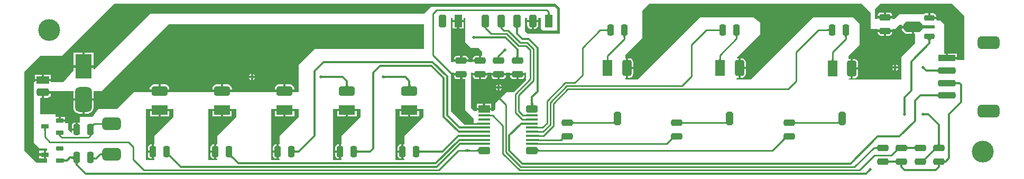
<source format=gtl>
G04*
G04 #@! TF.GenerationSoftware,Altium Limited,Altium Designer,20.0.9 (164)*
G04*
G04 Layer_Physical_Order=1*
G04 Layer_Color=255*
%FSLAX25Y25*%
%MOIN*%
G70*
G01*
G75*
%ADD10C,0.01000*%
%ADD14C,0.01968*%
G04:AMPARAMS|DCode=18|XSize=104.33mil|YSize=157.48mil|CornerRadius=26.08mil|HoleSize=0mil|Usage=FLASHONLY|Rotation=0.000|XOffset=0mil|YOffset=0mil|HoleType=Round|Shape=RoundedRectangle|*
%AMROUNDEDRECTD18*
21,1,0.10433,0.10532,0,0,0.0*
21,1,0.05217,0.15748,0,0,0.0*
1,1,0.05217,0.02608,-0.05266*
1,1,0.05217,-0.02608,-0.05266*
1,1,0.05217,-0.02608,0.05266*
1,1,0.05217,0.02608,0.05266*
%
%ADD18ROUNDEDRECTD18*%
%ADD19R,0.10433X0.15748*%
%ADD20R,0.11024X0.03937*%
G04:AMPARAMS|DCode=21|XSize=110.24mil|YSize=39.37mil|CornerRadius=9.84mil|HoleSize=0mil|Usage=FLASHONLY|Rotation=180.000|XOffset=0mil|YOffset=0mil|HoleType=Round|Shape=RoundedRectangle|*
%AMROUNDEDRECTD21*
21,1,0.11024,0.01968,0,0,180.0*
21,1,0.09055,0.03937,0,0,180.0*
1,1,0.01968,-0.04528,0.00984*
1,1,0.01968,0.04528,0.00984*
1,1,0.01968,0.04528,-0.00984*
1,1,0.01968,-0.04528,-0.00984*
%
%ADD21ROUNDEDRECTD21*%
G04:AMPARAMS|DCode=22|XSize=137.8mil|YSize=78.74mil|CornerRadius=19.68mil|HoleSize=0mil|Usage=FLASHONLY|Rotation=180.000|XOffset=0mil|YOffset=0mil|HoleType=Round|Shape=RoundedRectangle|*
%AMROUNDEDRECTD22*
21,1,0.13780,0.03937,0,0,180.0*
21,1,0.09843,0.07874,0,0,180.0*
1,1,0.03937,-0.04921,0.01968*
1,1,0.03937,0.04921,0.01968*
1,1,0.03937,0.04921,-0.01968*
1,1,0.03937,-0.04921,-0.01968*
%
%ADD22ROUNDEDRECTD22*%
%ADD23R,0.04921X0.02953*%
G04:AMPARAMS|DCode=24|XSize=47.24mil|YSize=72.84mil|CornerRadius=11.81mil|HoleSize=0mil|Usage=FLASHONLY|Rotation=90.000|XOffset=0mil|YOffset=0mil|HoleType=Round|Shape=RoundedRectangle|*
%AMROUNDEDRECTD24*
21,1,0.04724,0.04921,0,0,90.0*
21,1,0.02362,0.07284,0,0,90.0*
1,1,0.02362,0.02461,0.01181*
1,1,0.02362,0.02461,-0.01181*
1,1,0.02362,-0.02461,-0.01181*
1,1,0.02362,-0.02461,0.01181*
%
%ADD24ROUNDEDRECTD24*%
G04:AMPARAMS|DCode=25|XSize=15.55mil|YSize=72.84mil|CornerRadius=3.89mil|HoleSize=0mil|Usage=FLASHONLY|Rotation=90.000|XOffset=0mil|YOffset=0mil|HoleType=Round|Shape=RoundedRectangle|*
%AMROUNDEDRECTD25*
21,1,0.01555,0.06506,0,0,90.0*
21,1,0.00778,0.07284,0,0,90.0*
1,1,0.00778,0.03253,0.00389*
1,1,0.00778,0.03253,-0.00389*
1,1,0.00778,-0.03253,-0.00389*
1,1,0.00778,-0.03253,0.00389*
%
%ADD25ROUNDEDRECTD25*%
%ADD26R,0.07284X0.04724*%
G04:AMPARAMS|DCode=27|XSize=29.53mil|YSize=49.21mil|CornerRadius=0mil|HoleSize=0mil|Usage=FLASHONLY|Rotation=270.000|XOffset=0mil|YOffset=0mil|HoleType=Round|Shape=Octagon|*
%AMOCTAGOND27*
4,1,8,0.02461,0.00738,0.02461,-0.00738,0.01722,-0.01476,-0.01722,-0.01476,-0.02461,-0.00738,-0.02461,0.00738,-0.01722,0.01476,0.01722,0.01476,0.02461,0.00738,0.0*
%
%ADD27OCTAGOND27*%

%ADD28R,0.05906X0.10236*%
G04:AMPARAMS|DCode=29|XSize=59.06mil|YSize=102.36mil|CornerRadius=14.76mil|HoleSize=0mil|Usage=FLASHONLY|Rotation=0.000|XOffset=0mil|YOffset=0mil|HoleType=Round|Shape=RoundedRectangle|*
%AMROUNDEDRECTD29*
21,1,0.05906,0.07284,0,0,0.0*
21,1,0.02953,0.10236,0,0,0.0*
1,1,0.02953,0.01476,-0.03642*
1,1,0.02953,-0.01476,-0.03642*
1,1,0.02953,-0.01476,0.03642*
1,1,0.02953,0.01476,0.03642*
%
%ADD29ROUNDEDRECTD29*%
%ADD30R,0.10236X0.05906*%
G04:AMPARAMS|DCode=31|XSize=59.06mil|YSize=102.36mil|CornerRadius=14.76mil|HoleSize=0mil|Usage=FLASHONLY|Rotation=90.000|XOffset=0mil|YOffset=0mil|HoleType=Round|Shape=RoundedRectangle|*
%AMROUNDEDRECTD31*
21,1,0.05906,0.07284,0,0,90.0*
21,1,0.02953,0.10236,0,0,90.0*
1,1,0.02953,0.03642,0.01476*
1,1,0.02953,0.03642,-0.01476*
1,1,0.02953,-0.03642,-0.01476*
1,1,0.02953,-0.03642,0.01476*
%
%ADD31ROUNDEDRECTD31*%
G04:AMPARAMS|DCode=32|XSize=70.87mil|YSize=39.37mil|CornerRadius=9.84mil|HoleSize=0mil|Usage=FLASHONLY|Rotation=90.000|XOffset=0mil|YOffset=0mil|HoleType=Round|Shape=RoundedRectangle|*
%AMROUNDEDRECTD32*
21,1,0.07087,0.01968,0,0,90.0*
21,1,0.05118,0.03937,0,0,90.0*
1,1,0.01968,0.00984,0.02559*
1,1,0.01968,0.00984,-0.02559*
1,1,0.01968,-0.00984,-0.02559*
1,1,0.01968,-0.00984,0.02559*
%
%ADD32ROUNDEDRECTD32*%
G04:AMPARAMS|DCode=33|XSize=70.87mil|YSize=39.37mil|CornerRadius=9.84mil|HoleSize=0mil|Usage=FLASHONLY|Rotation=180.000|XOffset=0mil|YOffset=0mil|HoleType=Round|Shape=RoundedRectangle|*
%AMROUNDEDRECTD33*
21,1,0.07087,0.01968,0,0,180.0*
21,1,0.05118,0.03937,0,0,180.0*
1,1,0.01968,-0.02559,0.00984*
1,1,0.01968,0.02559,0.00984*
1,1,0.01968,0.02559,-0.00984*
1,1,0.01968,-0.02559,-0.00984*
%
%ADD33ROUNDEDRECTD33*%
G04:AMPARAMS|DCode=34|XSize=35.43mil|YSize=64.96mil|CornerRadius=8.86mil|HoleSize=0mil|Usage=FLASHONLY|Rotation=270.000|XOffset=0mil|YOffset=0mil|HoleType=Round|Shape=RoundedRectangle|*
%AMROUNDEDRECTD34*
21,1,0.03543,0.04724,0,0,270.0*
21,1,0.01772,0.06496,0,0,270.0*
1,1,0.01772,-0.02362,-0.00886*
1,1,0.01772,-0.02362,0.00886*
1,1,0.01772,0.02362,0.00886*
1,1,0.01772,0.02362,-0.00886*
%
%ADD34ROUNDEDRECTD34*%
%ADD35R,0.07874X0.02362*%
G04:AMPARAMS|DCode=36|XSize=66.93mil|YSize=118.11mil|CornerRadius=0mil|HoleSize=0mil|Usage=FLASHONLY|Rotation=270.000|XOffset=0mil|YOffset=0mil|HoleType=Round|Shape=Octagon|*
%AMOCTAGOND36*
4,1,8,0.05906,0.01673,0.05906,-0.01673,0.04232,-0.03347,-0.04232,-0.03347,-0.05906,-0.01673,-0.05906,0.01673,-0.04232,0.03347,0.04232,0.03347,0.05906,0.01673,0.0*
%
%ADD36OCTAGOND36*%

G04:AMPARAMS|DCode=37|XSize=118.11mil|YSize=78.74mil|CornerRadius=19.68mil|HoleSize=0mil|Usage=FLASHONLY|Rotation=180.000|XOffset=0mil|YOffset=0mil|HoleType=Round|Shape=RoundedRectangle|*
%AMROUNDEDRECTD37*
21,1,0.11811,0.03937,0,0,180.0*
21,1,0.07874,0.07874,0,0,180.0*
1,1,0.03937,-0.03937,0.01968*
1,1,0.03937,0.03937,0.01968*
1,1,0.03937,0.03937,-0.01968*
1,1,0.03937,-0.03937,-0.01968*
%
%ADD37ROUNDEDRECTD37*%
%ADD65C,0.01181*%
%ADD66C,0.01378*%
G04:AMPARAMS|DCode=67|XSize=47.24mil|YSize=86.61mil|CornerRadius=0mil|HoleSize=0mil|Usage=FLASHONLY|Rotation=0.000|XOffset=0mil|YOffset=0mil|HoleType=Round|Shape=Octagon|*
%AMOCTAGOND67*
4,1,8,-0.01181,0.04331,0.01181,0.04331,0.02362,0.03150,0.02362,-0.03150,0.01181,-0.04331,-0.01181,-0.04331,-0.02362,-0.03150,-0.02362,0.03150,-0.01181,0.04331,0.0*
%
%ADD67OCTAGOND67*%

%ADD68R,0.07874X0.04724*%
G04:AMPARAMS|DCode=69|XSize=47.24mil|YSize=78.74mil|CornerRadius=11.81mil|HoleSize=0mil|Usage=FLASHONLY|Rotation=90.000|XOffset=0mil|YOffset=0mil|HoleType=Round|Shape=RoundedRectangle|*
%AMROUNDEDRECTD69*
21,1,0.04724,0.05512,0,0,90.0*
21,1,0.02362,0.07874,0,0,90.0*
1,1,0.02362,0.02756,0.01181*
1,1,0.02362,0.02756,-0.01181*
1,1,0.02362,-0.02756,-0.01181*
1,1,0.02362,-0.02756,0.01181*
%
%ADD69ROUNDEDRECTD69*%
%ADD70R,0.04921X0.07874*%
G04:AMPARAMS|DCode=71|XSize=49.21mil|YSize=78.74mil|CornerRadius=12.3mil|HoleSize=0mil|Usage=FLASHONLY|Rotation=0.000|XOffset=0mil|YOffset=0mil|HoleType=Round|Shape=RoundedRectangle|*
%AMROUNDEDRECTD71*
21,1,0.04921,0.05413,0,0,0.0*
21,1,0.02461,0.07874,0,0,0.0*
1,1,0.02461,0.01230,-0.02707*
1,1,0.02461,-0.01230,-0.02707*
1,1,0.02461,-0.01230,0.02707*
1,1,0.02461,0.01230,0.02707*
%
%ADD71ROUNDEDRECTD71*%
%ADD72C,0.13780*%
G36*
X341056Y113001D02*
X341071Y112828D01*
X341096Y112677D01*
X341131Y112545D01*
X341176Y112434D01*
X341231Y112343D01*
X341296Y112272D01*
X341371Y112221D01*
X341456Y112191D01*
X341551Y112181D01*
X339551D01*
X339646Y112191D01*
X339731Y112221D01*
X339806Y112272D01*
X339871Y112343D01*
X339926Y112434D01*
X339971Y112545D01*
X340006Y112677D01*
X340031Y112828D01*
X340046Y113001D01*
X340051Y113193D01*
X341051D01*
X341056Y113001D01*
D02*
G37*
G36*
X288000Y94500D02*
X291500Y91000D01*
X296244Y91000D01*
X298500Y88744D01*
X298500Y86432D01*
X298146Y86078D01*
X297933D01*
Y83071D01*
X297244D01*
Y82382D01*
X292552D01*
X292198Y82000D01*
X290086D01*
X290015Y82087D01*
Y82382D01*
X285433D01*
X280741D01*
X280387Y82000D01*
X279000D01*
Y110000D01*
X280004D01*
Y108957D01*
X286925D01*
Y110000D01*
X288000D01*
Y94500D01*
D02*
G37*
G36*
X301065Y104339D02*
X301062Y104323D01*
X301060Y104297D01*
X301054Y104154D01*
X301051Y103815D01*
X300051D01*
X300034Y104344D01*
X301068D01*
X301065Y104339D01*
D02*
G37*
G36*
X575902Y103162D02*
X575890Y103272D01*
X575854Y103370D01*
X575796Y103457D01*
X575713Y103532D01*
X575606Y103596D01*
X575477Y103648D01*
X575323Y103688D01*
X575146Y103717D01*
X574945Y103735D01*
X574721Y103740D01*
Y104921D01*
X574945Y104927D01*
X575146Y104945D01*
X575323Y104973D01*
X575477Y105014D01*
X575606Y105066D01*
X575713Y105130D01*
X575796Y105205D01*
X575854Y105292D01*
X575890Y105390D01*
X575902Y105500D01*
Y103162D01*
D02*
G37*
G36*
X576195Y105400D02*
X576230Y105299D01*
X576289Y105211D01*
X576372Y105134D01*
X576478Y105069D01*
X576608Y105016D01*
X576762Y104975D01*
X576939Y104945D01*
X577140Y104927D01*
X577364Y104921D01*
Y103740D01*
X577140Y103734D01*
X576939Y103717D01*
X576762Y103687D01*
X576608Y103646D01*
X576478Y103593D01*
X576372Y103528D01*
X576289Y103451D01*
X576230Y103362D01*
X576195Y103262D01*
X576183Y103150D01*
Y105512D01*
X576195Y105400D01*
D02*
G37*
G36*
X321797Y104349D02*
X321680Y104307D01*
X321577Y104237D01*
X321488Y104138D01*
X321412Y104011D01*
X321350Y103856D01*
X321302Y103673D01*
X321268Y103462D01*
X321247Y103222D01*
X321240Y102954D01*
X319862D01*
X319855Y103222D01*
X319835Y103462D01*
X319800Y103673D01*
X319752Y103856D01*
X319690Y104011D01*
X319615Y104138D01*
X319525Y104237D01*
X319422Y104307D01*
X319305Y104349D01*
X319175Y104364D01*
X321928D01*
X321797Y104349D01*
D02*
G37*
G36*
X347500Y116500D02*
X347500Y100000D01*
X327417Y100000D01*
X325586Y101602D01*
X325587Y110000D01*
X327047D01*
Y108957D01*
X334055D01*
Y110000D01*
X335500D01*
X335500Y103549D01*
X337000Y102049D01*
X346000D01*
X346000Y115539D01*
X344480Y117000D01*
X266375D01*
X262080Y112705D01*
X89352D01*
X53961Y77313D01*
X53461Y77520D01*
Y78642D01*
X41028D01*
Y76856D01*
X34500Y69500D01*
X26591D01*
Y70177D01*
X21654D01*
X16716D01*
Y69500D01*
X16000D01*
X16000Y31000D01*
X19638Y27362D01*
X24409D01*
Y26098D01*
X23523D01*
Y23622D01*
Y21145D01*
X24409D01*
Y18500D01*
X17531Y18500D01*
X10000Y26032D01*
X10000Y76000D01*
X20000Y86000D01*
X33500Y86000D01*
X66500Y119000D01*
X345000D01*
X347500Y116500D01*
D02*
G37*
G36*
X517328Y101500D02*
X517318Y101595D01*
X517287Y101680D01*
X517237Y101755D01*
X517166Y101820D01*
X517075Y101875D01*
X516963Y101920D01*
X516832Y101955D01*
X516680Y101980D01*
X516508Y101995D01*
X516316Y102000D01*
Y103000D01*
X516508Y103005D01*
X516680Y103020D01*
X516832Y103045D01*
X516963Y103080D01*
X517075Y103125D01*
X517166Y103180D01*
X517237Y103245D01*
X517287Y103320D01*
X517318Y103405D01*
X517328Y103500D01*
Y101500D01*
D02*
G37*
G36*
X448430Y101362D02*
X448420Y101457D01*
X448390Y101542D01*
X448339Y101617D01*
X448268Y101682D01*
X448177Y101737D01*
X448066Y101782D01*
X447934Y101817D01*
X447783Y101842D01*
X447610Y101857D01*
X447418Y101862D01*
Y102862D01*
X447610Y102867D01*
X447783Y102882D01*
X447934Y102907D01*
X448066Y102942D01*
X448177Y102987D01*
X448268Y103042D01*
X448339Y103107D01*
X448390Y103182D01*
X448420Y103267D01*
X448430Y103362D01*
Y101362D01*
D02*
G37*
G36*
X377564D02*
X377554Y101457D01*
X377523Y101542D01*
X377473Y101617D01*
X377402Y101682D01*
X377311Y101737D01*
X377200Y101782D01*
X377068Y101817D01*
X376916Y101842D01*
X376744Y101857D01*
X376552Y101862D01*
Y102862D01*
X376744Y102867D01*
X376916Y102882D01*
X377068Y102907D01*
X377200Y102942D01*
X377311Y102987D01*
X377402Y103042D01*
X377473Y103107D01*
X377523Y103182D01*
X377554Y103267D01*
X377564Y103362D01*
Y101362D01*
D02*
G37*
G36*
X528856Y98817D02*
X528771Y98786D01*
X528697Y98735D01*
X528632Y98664D01*
X528577Y98573D01*
X528532Y98461D01*
X528498Y98329D01*
X528473Y98177D01*
X528458Y98005D01*
X528453Y97812D01*
X527453D01*
X527448Y98005D01*
X527433Y98177D01*
X527408Y98329D01*
X527373Y98461D01*
X527328Y98573D01*
X527274Y98664D01*
X527209Y98735D01*
X527134Y98786D01*
X527050Y98817D01*
X526955Y98827D01*
X528950D01*
X528856Y98817D01*
D02*
G37*
G36*
X459958D02*
X459874Y98786D01*
X459799Y98735D01*
X459734Y98664D01*
X459680Y98573D01*
X459635Y98461D01*
X459600Y98329D01*
X459575Y98177D01*
X459560Y98005D01*
X459555Y97812D01*
X458555D01*
X458550Y98005D01*
X458535Y98177D01*
X458510Y98329D01*
X458475Y98461D01*
X458431Y98573D01*
X458376Y98664D01*
X458311Y98735D01*
X458237Y98786D01*
X458152Y98817D01*
X458057Y98827D01*
X460053D01*
X459958Y98817D01*
D02*
G37*
G36*
X389092D02*
X389007Y98786D01*
X388933Y98735D01*
X388868Y98664D01*
X388813Y98573D01*
X388769Y98461D01*
X388734Y98329D01*
X388709Y98177D01*
X388694Y98005D01*
X388689Y97812D01*
X387689D01*
X387684Y98005D01*
X387669Y98177D01*
X387644Y98329D01*
X387609Y98461D01*
X387565Y98573D01*
X387510Y98664D01*
X387445Y98735D01*
X387370Y98786D01*
X387286Y98817D01*
X387191Y98827D01*
X389187D01*
X389092Y98817D01*
D02*
G37*
G36*
X581861Y96646D02*
X581744Y96605D01*
X581641Y96535D01*
X581551Y96438D01*
X581475Y96313D01*
X581413Y96160D01*
X581365Y95979D01*
X581331Y95771D01*
X581310Y95535D01*
X581303Y95271D01*
X579925D01*
X579918Y95535D01*
X579898Y95771D01*
X579863Y95979D01*
X579815Y96160D01*
X579753Y96313D01*
X579677Y96438D01*
X579588Y96535D01*
X579484Y96605D01*
X579367Y96646D01*
X579236Y96660D01*
X581992D01*
X581861Y96646D01*
D02*
G37*
G36*
X312913Y88783D02*
X312880Y88781D01*
X312842Y88771D01*
X312799Y88752D01*
X312751Y88725D01*
X312697Y88690D01*
X312639Y88646D01*
X312506Y88534D01*
X312353Y88387D01*
X311592Y89296D01*
X311670Y89375D01*
X311939Y89683D01*
X311969Y89727D01*
X311991Y89765D01*
X312004Y89797D01*
X312010Y89823D01*
X312913Y88783D01*
D02*
G37*
G36*
X321562Y86160D02*
X321583Y85924D01*
X321617Y85716D01*
X321665Y85535D01*
X321727Y85382D01*
X321803Y85257D01*
X321893Y85159D01*
X321996Y85090D01*
X322113Y85048D01*
X322244Y85034D01*
X319488D01*
X319619Y85048D01*
X319736Y85090D01*
X319840Y85159D01*
X319929Y85257D01*
X320005Y85382D01*
X320067Y85535D01*
X320115Y85716D01*
X320150Y85924D01*
X320170Y86160D01*
X320177Y86424D01*
X321555D01*
X321562Y86160D01*
D02*
G37*
G36*
X309648Y85755D02*
X309671Y85470D01*
X309692Y85355D01*
X309717Y85257D01*
X309749Y85177D01*
X309786Y85115D01*
X309829Y85070D01*
X309878Y85043D01*
X309933Y85034D01*
X308177D01*
X308232Y85043D01*
X308281Y85070D01*
X308324Y85115D01*
X308361Y85177D01*
X308393Y85257D01*
X308419Y85355D01*
X308439Y85470D01*
X308453Y85604D01*
X308465Y85924D01*
X309646D01*
X309648Y85755D01*
D02*
G37*
G36*
X449127Y84260D02*
X449142Y84088D01*
X449167Y83937D01*
X449202Y83805D01*
X449247Y83694D01*
X449302Y83602D01*
X449367Y83532D01*
X449442Y83481D01*
X449527Y83451D01*
X449622Y83441D01*
X447622D01*
X447717Y83451D01*
X447802Y83481D01*
X447877Y83532D01*
X447942Y83602D01*
X447997Y83694D01*
X448042Y83805D01*
X448077Y83937D01*
X448102Y84088D01*
X448117Y84260D01*
X448122Y84453D01*
X449122D01*
X449127Y84260D01*
D02*
G37*
G36*
X378261D02*
X378276Y84088D01*
X378301Y83937D01*
X378336Y83805D01*
X378381Y83694D01*
X378436Y83602D01*
X378501Y83532D01*
X378576Y83481D01*
X378661Y83451D01*
X378756Y83441D01*
X376756D01*
X376851Y83451D01*
X376936Y83481D01*
X377011Y83532D01*
X377076Y83602D01*
X377131Y83694D01*
X377176Y83805D01*
X377211Y83937D01*
X377236Y84088D01*
X377251Y84260D01*
X377256Y84453D01*
X378256D01*
X378261Y84260D01*
D02*
G37*
G36*
X602693Y111409D02*
X602693Y83427D01*
X598047D01*
Y83957D01*
X591535D01*
Y84646D01*
X590846D01*
Y87614D01*
X590000D01*
X590000Y106146D01*
X587645Y108500D01*
X585232D01*
X584829Y109000D01*
X584899Y109350D01*
Y109547D01*
X580614D01*
Y110236D01*
X579925D01*
Y113045D01*
X578252D01*
X577516Y112899D01*
X576920Y112500D01*
X561742D01*
X558475Y109549D01*
X557342D01*
X557263Y109646D01*
Y109941D01*
X547999D01*
X547639Y109549D01*
X546328D01*
Y115865D01*
X549463Y119000D01*
X595102Y119000D01*
X602693Y111409D01*
D02*
G37*
G36*
X519993Y83914D02*
X520008Y83742D01*
X520033Y83590D01*
X520068Y83458D01*
X520113Y83347D01*
X520168Y83256D01*
X520233Y83185D01*
X520308Y83135D01*
X520393Y83104D01*
X520488Y83094D01*
X518488D01*
X518583Y83104D01*
X518668Y83135D01*
X518743Y83185D01*
X518808Y83256D01*
X518863Y83347D01*
X518908Y83458D01*
X518943Y83590D01*
X518968Y83742D01*
X518983Y83914D01*
X518988Y84106D01*
X519988D01*
X519993Y83914D01*
D02*
G37*
G36*
X577760Y78700D02*
X577772Y78664D01*
X577792Y78623D01*
X577820Y78577D01*
X577857Y78525D01*
X577955Y78404D01*
X578086Y78263D01*
X578164Y78183D01*
X577328Y77348D01*
X577249Y77426D01*
X576987Y77655D01*
X576935Y77691D01*
X576889Y77720D01*
X576848Y77740D01*
X576812Y77752D01*
X576782Y77756D01*
X577756Y78730D01*
X577760Y78700D01*
D02*
G37*
G36*
X586067Y75593D02*
X586055Y75705D01*
X586018Y75805D01*
X585957Y75893D01*
X585870Y75969D01*
X585759Y76034D01*
X585624Y76087D01*
X585464Y76128D01*
X585279Y76158D01*
X585070Y76175D01*
X584835Y76181D01*
Y77362D01*
X585070Y77368D01*
X585279Y77386D01*
X585464Y77415D01*
X585624Y77456D01*
X585759Y77509D01*
X585870Y77574D01*
X585957Y77650D01*
X586018Y77739D01*
X586055Y77839D01*
X586067Y77950D01*
Y75593D01*
D02*
G37*
G36*
X237051Y73373D02*
X237073Y73366D01*
X237106Y73360D01*
X237151Y73355D01*
X237353Y73344D01*
X237656Y73340D01*
X237266Y71962D01*
X236783Y72027D01*
X237040Y73380D01*
X237051Y73373D01*
D02*
G37*
G36*
X538000Y119000D02*
X543500Y113500D01*
Y103150D01*
X547937Y103150D01*
X548099Y102953D01*
Y102657D01*
X557270D01*
X557682Y103150D01*
X559067D01*
X561742Y105825D01*
X563384D01*
Y105020D01*
X570289D01*
Y104331D01*
X570978D01*
Y99985D01*
X571524D01*
X571524Y93841D01*
X563000Y85317D01*
Y71000D01*
X548683Y71000D01*
X529500D01*
Y71582D01*
X529886Y71899D01*
X530217Y71833D01*
X531004D01*
Y78000D01*
Y84167D01*
X530217D01*
X529886Y84101D01*
X529500Y84418D01*
Y86307D01*
X536500Y93307D01*
X536500Y106500D01*
X532370Y110630D01*
X507630D01*
X468000Y71000D01*
X459055Y71000D01*
Y71938D01*
X459350Y72180D01*
X460138D01*
Y78347D01*
Y84513D01*
X459425D01*
X459293Y84691D01*
X459197Y84992D01*
X474000Y99795D01*
Y107000D01*
X469500Y110630D01*
X436130D01*
X396500Y71000D01*
X389000Y71000D01*
X389000Y72180D01*
X389272D01*
Y78347D01*
Y84513D01*
X389000D01*
X389000Y86740D01*
X399500Y97240D01*
X399500Y114500D01*
X404000Y119000D01*
X421260Y119000D01*
X538000Y119000D01*
D02*
G37*
G36*
X597016Y69965D02*
X597053Y69865D01*
X597114Y69776D01*
X597200Y69700D01*
X597311Y69635D01*
X597447Y69582D01*
X597607Y69541D01*
X597792Y69512D01*
X598001Y69494D01*
X598235Y69488D01*
Y68307D01*
X598001Y68301D01*
X597792Y68284D01*
X597607Y68254D01*
X597447Y68213D01*
X597311Y68160D01*
X597200Y68095D01*
X597114Y68019D01*
X597053Y67931D01*
X597016Y67831D01*
X597003Y67719D01*
Y70076D01*
X597016Y69965D01*
D02*
G37*
G36*
X253452Y68044D02*
X253472Y67807D01*
X253507Y67599D01*
X253555Y67418D01*
X253617Y67265D01*
X253693Y67140D01*
X253783Y67043D01*
X253886Y66973D01*
X254003Y66932D01*
X254134Y66918D01*
X251378D01*
X251509Y66932D01*
X251626Y66973D01*
X251729Y67043D01*
X251819Y67140D01*
X251895Y67265D01*
X251957Y67418D01*
X252005Y67599D01*
X252039Y67807D01*
X252060Y68044D01*
X252067Y68308D01*
X253445D01*
X253452Y68044D01*
D02*
G37*
G36*
X214082D02*
X214102Y67807D01*
X214137Y67599D01*
X214185Y67418D01*
X214247Y67265D01*
X214323Y67140D01*
X214412Y67043D01*
X214516Y66973D01*
X214633Y66932D01*
X214764Y66918D01*
X212008D01*
X212139Y66932D01*
X212256Y66973D01*
X212359Y67043D01*
X212449Y67140D01*
X212525Y67265D01*
X212587Y67418D01*
X212635Y67599D01*
X212669Y67807D01*
X212690Y68044D01*
X212697Y68308D01*
X214075D01*
X214082Y68044D01*
D02*
G37*
G36*
X586067Y59845D02*
X586055Y59957D01*
X586018Y60057D01*
X585957Y60145D01*
X585870Y60221D01*
X585759Y60286D01*
X585624Y60339D01*
X585464Y60380D01*
X585279Y60410D01*
X585070Y60427D01*
X584835Y60433D01*
Y61614D01*
X585070Y61620D01*
X585279Y61638D01*
X585464Y61667D01*
X585624Y61708D01*
X585759Y61761D01*
X585870Y61826D01*
X585957Y61902D01*
X586018Y61991D01*
X586055Y62091D01*
X586067Y62202D01*
Y59845D01*
D02*
G37*
G36*
X262080Y90500D02*
X193000D01*
X182996Y80496D01*
X182996Y62992D01*
X180182D01*
Y63287D01*
X174016D01*
X167849D01*
Y62992D01*
X140812D01*
Y63287D01*
X134646D01*
X128479D01*
Y62992D01*
X101442D01*
Y63287D01*
X95276D01*
X89109D01*
Y62992D01*
X78992D01*
X68500Y52500D01*
X56458Y52500D01*
X53085Y47509D01*
X45000Y47509D01*
Y44135D01*
X44500Y43832D01*
X43898Y43952D01*
X43602D01*
Y39370D01*
X42913D01*
Y38681D01*
X39906D01*
Y37598D01*
X39272D01*
X37500Y39370D01*
X37500Y43500D01*
X35744D01*
Y44389D01*
X32283D01*
Y45078D01*
X31594D01*
Y47555D01*
X29500D01*
Y49000D01*
X20000D01*
Y59587D01*
X20965D01*
Y62992D01*
X21654D01*
Y63681D01*
X26633D01*
Y63976D01*
X40781D01*
X40996Y63730D01*
Y59153D01*
X53492D01*
Y63730D01*
X53708Y63976D01*
X58976D01*
X101000Y106000D01*
X262080D01*
X262080Y90500D01*
D02*
G37*
G36*
X330814Y55954D02*
X330835Y55718D01*
X330869Y55510D01*
X330917Y55329D01*
X330979Y55176D01*
X331055Y55051D01*
X331145Y54954D01*
X331248Y54884D01*
X331365Y54843D01*
X331496Y54829D01*
X328740D01*
X328871Y54843D01*
X328988Y54884D01*
X329092Y54954D01*
X329181Y55051D01*
X329257Y55176D01*
X329319Y55329D01*
X329367Y55510D01*
X329402Y55718D01*
X329422Y55954D01*
X329429Y56219D01*
X330807D01*
X330814Y55954D01*
D02*
G37*
G36*
X292662Y75394D02*
Y75098D01*
X297244D01*
X301826D01*
Y75394D01*
X304473D01*
Y75098D01*
X309055D01*
X313637D01*
Y75394D01*
X316284D01*
Y75098D01*
X320866D01*
X325448D01*
Y75394D01*
X326290D01*
X326290Y70850D01*
X318690Y63250D01*
X314146D01*
X307000Y56104D01*
X307000Y52332D01*
X305668Y51000D01*
X304445D01*
Y51791D01*
X299803D01*
X295161D01*
Y51000D01*
X293752D01*
X291500Y53252D01*
X291500Y75394D01*
X292662D01*
D02*
G37*
G36*
X577499Y49883D02*
X577532Y49866D01*
X577576Y49851D01*
X577629Y49839D01*
X577692Y49828D01*
X577846Y49812D01*
X578039Y49804D01*
X578150Y49803D01*
Y48622D01*
X578039Y48621D01*
X577692Y48597D01*
X577629Y48587D01*
X577576Y48574D01*
X577532Y48559D01*
X577499Y48542D01*
X577474Y48524D01*
Y49902D01*
X577499Y49883D01*
D02*
G37*
G36*
X326718Y47583D02*
X326640Y47629D01*
X326553Y47671D01*
X326456Y47707D01*
X326349Y47739D01*
X326232Y47766D01*
X326106Y47788D01*
X325824Y47817D01*
X325668Y47824D01*
X325503Y47827D01*
Y48827D01*
X325668Y48829D01*
X326106Y48866D01*
X326232Y48888D01*
X326349Y48915D01*
X326456Y48946D01*
X326553Y48983D01*
X326640Y49024D01*
X326718Y49071D01*
Y47583D01*
D02*
G37*
G36*
X303281Y49024D02*
X303368Y48983D01*
X303466Y48946D01*
X303573Y48915D01*
X303689Y48888D01*
X303816Y48866D01*
X304097Y48836D01*
X304253Y48829D01*
X304418Y48827D01*
Y47827D01*
X304253Y47824D01*
X303816Y47788D01*
X303689Y47766D01*
X303573Y47739D01*
X303466Y47707D01*
X303368Y47671D01*
X303281Y47629D01*
X303203Y47583D01*
Y49071D01*
X303281Y49024D01*
D02*
G37*
G36*
X326718Y45024D02*
X326640Y45070D01*
X326553Y45112D01*
X326456Y45148D01*
X326349Y45180D01*
X326232Y45207D01*
X326106Y45229D01*
X325824Y45258D01*
X325668Y45265D01*
X325503Y45268D01*
Y46268D01*
X325668Y46270D01*
X326106Y46307D01*
X326232Y46329D01*
X326349Y46356D01*
X326456Y46387D01*
X326553Y46424D01*
X326640Y46465D01*
X326718Y46511D01*
Y45024D01*
D02*
G37*
G36*
X54254Y42655D02*
X54093Y42490D01*
X53728Y42072D01*
X53647Y41958D01*
X53585Y41857D01*
X53544Y41769D01*
X53522Y41693D01*
X53520Y41631D01*
X53538Y41581D01*
X52703Y42880D01*
X52737Y42845D01*
X52782Y42829D01*
X52839Y42831D01*
X52907Y42852D01*
X52986Y42891D01*
X53076Y42949D01*
X53178Y43025D01*
X53291Y43120D01*
X53550Y43365D01*
X54254Y42655D01*
D02*
G37*
G36*
X523861Y42709D02*
X523819Y42803D01*
X523753Y42886D01*
X523663Y42960D01*
X523548Y43024D01*
X523409Y43078D01*
X523246Y43122D01*
X523059Y43156D01*
X522848Y43181D01*
X522612Y43196D01*
X522353Y43201D01*
X522241Y44201D01*
X522461Y44206D01*
X522654Y44221D01*
X522821Y44246D01*
X522962Y44281D01*
X523076Y44326D01*
X523164Y44381D01*
X523226Y44446D01*
X523261Y44521D01*
X523270Y44606D01*
X523253Y44701D01*
X523861Y42709D01*
D02*
G37*
G36*
X452995D02*
X452953Y42803D01*
X452887Y42886D01*
X452796Y42960D01*
X452682Y43024D01*
X452543Y43078D01*
X452380Y43122D01*
X452193Y43156D01*
X451982Y43181D01*
X451746Y43196D01*
X451487Y43201D01*
X451374Y44201D01*
X451594Y44206D01*
X451788Y44221D01*
X451955Y44246D01*
X452096Y44281D01*
X452210Y44326D01*
X452298Y44381D01*
X452360Y44446D01*
X452395Y44521D01*
X452404Y44606D01*
X452387Y44701D01*
X452995Y42709D01*
D02*
G37*
G36*
X382129D02*
X382087Y42803D01*
X382021Y42886D01*
X381930Y42960D01*
X381816Y43024D01*
X381677Y43078D01*
X381514Y43122D01*
X381327Y43156D01*
X381116Y43181D01*
X380880Y43196D01*
X380621Y43201D01*
X380508Y44201D01*
X380728Y44206D01*
X380922Y44221D01*
X381089Y44246D01*
X381229Y44281D01*
X381344Y44326D01*
X381432Y44381D01*
X381493Y44446D01*
X381529Y44521D01*
X381538Y44606D01*
X381520Y44701D01*
X382129Y42709D01*
D02*
G37*
G36*
X495672Y44604D02*
X495702Y44519D01*
X495753Y44445D01*
X495824Y44380D01*
X495915Y44325D01*
X496027Y44280D01*
X496159Y44246D01*
X496311Y44221D01*
X496484Y44206D01*
X496676Y44201D01*
Y43201D01*
X496484Y43196D01*
X496311Y43181D01*
X496159Y43156D01*
X496027Y43121D01*
X495915Y43076D01*
X495824Y43022D01*
X495753Y42957D01*
X495702Y42882D01*
X495672Y42798D01*
X495661Y42703D01*
Y44699D01*
X495672Y44604D01*
D02*
G37*
G36*
X424805D02*
X424836Y44519D01*
X424887Y44445D01*
X424958Y44380D01*
X425049Y44325D01*
X425161Y44280D01*
X425293Y44246D01*
X425445Y44221D01*
X425617Y44206D01*
X425810Y44201D01*
Y43201D01*
X425617Y43196D01*
X425445Y43181D01*
X425293Y43156D01*
X425161Y43121D01*
X425049Y43076D01*
X424958Y43022D01*
X424887Y42957D01*
X424836Y42882D01*
X424805Y42798D01*
X424795Y42703D01*
Y44699D01*
X424805Y44604D01*
D02*
G37*
G36*
X355908D02*
X355938Y44519D01*
X355989Y44445D01*
X356060Y44380D01*
X356151Y44325D01*
X356263Y44280D01*
X356395Y44246D01*
X356547Y44221D01*
X356720Y44206D01*
X356913Y44201D01*
Y43201D01*
X356720Y43196D01*
X356547Y43181D01*
X356395Y43156D01*
X356263Y43121D01*
X356151Y43076D01*
X356060Y43022D01*
X355989Y42957D01*
X355938Y42882D01*
X355908Y42798D01*
X355898Y42703D01*
Y44699D01*
X355908Y44604D01*
D02*
G37*
G36*
X280851Y75394D02*
Y75098D01*
X281746D01*
X281806Y75153D01*
X281857Y75228D01*
X281888Y75313D01*
X281898Y75407D01*
Y75098D01*
X285433D01*
Y74410D01*
X286122D01*
Y71402D01*
X287992D01*
X288000Y71396D01*
Y51698D01*
X293254Y46443D01*
X293254Y42500D01*
X287500Y42500D01*
X279000Y51000D01*
Y75500D01*
X280764D01*
X280851Y75394D01*
D02*
G37*
G36*
X326718Y42465D02*
X326663Y42494D01*
X326591Y42520D01*
X326500Y42543D01*
X326392Y42563D01*
X326121Y42594D01*
X325779Y42612D01*
X325366Y42618D01*
Y43799D01*
X325581Y43801D01*
X326392Y43854D01*
X326500Y43874D01*
X326591Y43897D01*
X326663Y43923D01*
X326718Y43952D01*
Y42465D01*
D02*
G37*
G36*
X296403D02*
X296325Y42511D01*
X296238Y42553D01*
X296141Y42589D01*
X296034Y42621D01*
X295917Y42648D01*
X295791Y42670D01*
X295509Y42699D01*
X295353Y42706D01*
X295188Y42709D01*
Y43709D01*
X295353Y43711D01*
X295791Y43748D01*
X295917Y43770D01*
X296034Y43796D01*
X296141Y43828D01*
X296238Y43865D01*
X296325Y43906D01*
X296403Y43952D01*
Y42465D01*
D02*
G37*
G36*
X59062Y42012D02*
X59052Y42107D01*
X59022Y42192D01*
X58971Y42267D01*
X58900Y42332D01*
X58809Y42387D01*
X58698Y42432D01*
X58566Y42467D01*
X58415Y42492D01*
X58242Y42507D01*
X58050Y42512D01*
Y43512D01*
X58242Y43517D01*
X58415Y43532D01*
X58566Y43557D01*
X58698Y43592D01*
X58809Y43637D01*
X58900Y43692D01*
X58971Y43757D01*
X59022Y43832D01*
X59052Y43917D01*
X59062Y44012D01*
Y42012D01*
D02*
G37*
G36*
X333596Y41347D02*
X333683Y41306D01*
X333781Y41269D01*
X333888Y41237D01*
X334004Y41210D01*
X334131Y41189D01*
X334412Y41159D01*
X334568Y41152D01*
X334733Y41150D01*
Y40150D01*
X334568Y40147D01*
X334131Y40111D01*
X334004Y40089D01*
X333888Y40062D01*
X333781Y40030D01*
X333683Y39994D01*
X333596Y39952D01*
X333518Y39906D01*
Y41393D01*
X333596Y41347D01*
D02*
G37*
G36*
X296403Y39906D02*
X296348Y39935D01*
X296276Y39961D01*
X296185Y39984D01*
X296077Y40004D01*
X295806Y40035D01*
X295464Y40053D01*
X295051Y40059D01*
Y41240D01*
X295267Y41242D01*
X296077Y41295D01*
X296185Y41315D01*
X296276Y41338D01*
X296348Y41364D01*
X296403Y41393D01*
Y39906D01*
D02*
G37*
G36*
X23739Y39876D02*
X23654Y39845D01*
X23579Y39795D01*
X23514Y39724D01*
X23459Y39633D01*
X23414Y39522D01*
X23379Y39390D01*
X23354Y39238D01*
X23339Y39066D01*
X23334Y38874D01*
X22334D01*
X22329Y39066D01*
X22314Y39238D01*
X22289Y39390D01*
X22254Y39522D01*
X22209Y39633D01*
X22154Y39724D01*
X22089Y39795D01*
X22014Y39845D01*
X21929Y39876D01*
X21834Y39886D01*
X23834D01*
X23739Y39876D01*
D02*
G37*
G36*
X333596Y38788D02*
X333683Y38747D01*
X333781Y38710D01*
X333888Y38678D01*
X334004Y38651D01*
X334131Y38629D01*
X334412Y38600D01*
X334568Y38593D01*
X334733Y38591D01*
Y37591D01*
X334568Y37588D01*
X334131Y37552D01*
X334004Y37530D01*
X333888Y37503D01*
X333781Y37471D01*
X333683Y37435D01*
X333596Y37393D01*
X333518Y37347D01*
Y38834D01*
X333596Y38788D01*
D02*
G37*
G36*
X296403Y37347D02*
X296348Y37376D01*
X296276Y37402D01*
X296185Y37425D01*
X296077Y37445D01*
X295806Y37475D01*
X295464Y37494D01*
X295051Y37500D01*
Y38681D01*
X295267Y38683D01*
X296077Y38736D01*
X296185Y38756D01*
X296276Y38779D01*
X296348Y38805D01*
X296403Y38834D01*
Y37347D01*
D02*
G37*
G36*
X32891Y36139D02*
X32869Y36120D01*
X32849Y36088D01*
X32831Y36042D01*
X32817Y35984D01*
X32805Y35913D01*
X32795Y35829D01*
X32785Y35623D01*
X32783Y35500D01*
X31783D01*
X31782Y35623D01*
X31762Y35913D01*
X31750Y35984D01*
X31735Y36042D01*
X31718Y36088D01*
X31698Y36120D01*
X31675Y36139D01*
X31649Y36146D01*
X32917D01*
X32891Y36139D01*
D02*
G37*
G36*
X333596Y36229D02*
X333683Y36187D01*
X333781Y36151D01*
X333888Y36119D01*
X334004Y36092D01*
X334131Y36070D01*
X334412Y36041D01*
X334568Y36034D01*
X334733Y36031D01*
Y35032D01*
X334568Y35029D01*
X334131Y34993D01*
X334004Y34971D01*
X333888Y34944D01*
X333781Y34912D01*
X333683Y34876D01*
X333596Y34834D01*
X333518Y34788D01*
Y36275D01*
X333596Y36229D01*
D02*
G37*
G36*
X296403Y34788D02*
X296348Y34817D01*
X296276Y34843D01*
X296185Y34866D01*
X296077Y34886D01*
X295806Y34916D01*
X295464Y34935D01*
X295051Y34941D01*
Y36122D01*
X295267Y36124D01*
X296077Y36177D01*
X296185Y36197D01*
X296276Y36220D01*
X296348Y36246D01*
X296403Y36275D01*
Y34788D01*
D02*
G37*
G36*
X349659Y33105D02*
X349625Y33139D01*
X349580Y33156D01*
X349523Y33153D01*
X349456Y33132D01*
X349377Y33093D01*
X349286Y33035D01*
X349185Y32959D01*
X349072Y32864D01*
X348812Y32619D01*
X348108Y33330D01*
X348270Y33494D01*
X348634Y33912D01*
X348715Y34026D01*
X348777Y34127D01*
X348818Y34215D01*
X348840Y34291D01*
X348842Y34354D01*
X348824Y34404D01*
X349659Y33105D01*
D02*
G37*
G36*
X489990Y33076D02*
X489914Y33132D01*
X489824Y33160D01*
X489721Y33161D01*
X489604Y33135D01*
X489474Y33082D01*
X489331Y33001D01*
X489174Y32893D01*
X489004Y32757D01*
X488820Y32594D01*
X488623Y32404D01*
X487916Y33111D01*
X488106Y33308D01*
X488404Y33662D01*
X488513Y33819D01*
X488593Y33963D01*
X488647Y34093D01*
X488673Y34209D01*
X488672Y34312D01*
X488644Y34402D01*
X488588Y34478D01*
X489990Y33076D01*
D02*
G37*
G36*
X419124D02*
X419047Y33132D01*
X418958Y33160D01*
X418855Y33161D01*
X418738Y33135D01*
X418608Y33082D01*
X418465Y33001D01*
X418308Y32893D01*
X418138Y32757D01*
X417954Y32594D01*
X417757Y32404D01*
X417050Y33111D01*
X417240Y33308D01*
X417538Y33662D01*
X417646Y33819D01*
X417727Y33963D01*
X417781Y34093D01*
X417807Y34209D01*
X417806Y34312D01*
X417777Y34402D01*
X417722Y34478D01*
X419124Y33076D01*
D02*
G37*
G36*
X333596Y33670D02*
X333683Y33628D01*
X333781Y33592D01*
X333888Y33560D01*
X334004Y33533D01*
X334131Y33511D01*
X334412Y33482D01*
X334568Y33475D01*
X334733Y33472D01*
Y32472D01*
X334568Y32470D01*
X334131Y32433D01*
X334004Y32412D01*
X333888Y32385D01*
X333781Y32353D01*
X333683Y32316D01*
X333596Y32275D01*
X333518Y32229D01*
Y33716D01*
X333596Y33670D01*
D02*
G37*
G36*
X296403Y32229D02*
X296348Y32258D01*
X296276Y32284D01*
X296185Y32307D01*
X296077Y32327D01*
X295806Y32357D01*
X295464Y32376D01*
X295051Y32382D01*
Y33563D01*
X295267Y33564D01*
X296077Y33618D01*
X296185Y33638D01*
X296276Y33661D01*
X296348Y33687D01*
X296403Y33716D01*
Y32229D01*
D02*
G37*
G36*
X587211Y30883D02*
X587228Y30680D01*
X587258Y30501D01*
X587299Y30346D01*
X587352Y30215D01*
X587417Y30107D01*
X587494Y30024D01*
X587583Y29964D01*
X587683Y29928D01*
X587795Y29916D01*
X585433D01*
X585545Y29928D01*
X585646Y29964D01*
X585734Y30024D01*
X585811Y30107D01*
X585876Y30215D01*
X585929Y30346D01*
X585970Y30501D01*
X586000Y30680D01*
X586018Y30883D01*
X586024Y31109D01*
X587205D01*
X587211Y30883D01*
D02*
G37*
G36*
X333596Y31111D02*
X333683Y31069D01*
X333781Y31033D01*
X333888Y31001D01*
X334004Y30974D01*
X334131Y30952D01*
X334412Y30923D01*
X334568Y30916D01*
X334733Y30913D01*
Y29913D01*
X334568Y29911D01*
X334131Y29874D01*
X334004Y29853D01*
X333888Y29826D01*
X333781Y29794D01*
X333683Y29757D01*
X333596Y29716D01*
X333518Y29670D01*
Y31157D01*
X333596Y31111D01*
D02*
G37*
G36*
X296403Y29670D02*
X296348Y29699D01*
X296276Y29725D01*
X296185Y29748D01*
X296077Y29768D01*
X295806Y29798D01*
X295464Y29817D01*
X295051Y29823D01*
Y31004D01*
X295267Y31005D01*
X296077Y31059D01*
X296185Y31079D01*
X296276Y31102D01*
X296348Y31128D01*
X296403Y31157D01*
Y29670D01*
D02*
G37*
G36*
X547646Y26955D02*
X547636Y27050D01*
X547605Y27134D01*
X547554Y27209D01*
X547483Y27274D01*
X547392Y27328D01*
X547280Y27373D01*
X547148Y27408D01*
X546996Y27433D01*
X546824Y27448D01*
X546631Y27453D01*
Y28453D01*
X546824Y28458D01*
X546996Y28473D01*
X547148Y28498D01*
X547280Y28532D01*
X547392Y28577D01*
X547483Y28632D01*
X547554Y28697D01*
X547605Y28771D01*
X547636Y28856D01*
X547646Y28950D01*
Y26955D01*
D02*
G37*
G36*
X571304Y26774D02*
X571291Y26886D01*
X571254Y26986D01*
X571193Y27074D01*
X571107Y27150D01*
X570996Y27215D01*
X570860Y27268D01*
X570700Y27309D01*
X570515Y27339D01*
X570306Y27356D01*
X570072Y27362D01*
Y28543D01*
X570306Y28549D01*
X570515Y28567D01*
X570700Y28596D01*
X570860Y28637D01*
X570996Y28690D01*
X571107Y28755D01*
X571193Y28831D01*
X571254Y28920D01*
X571291Y29020D01*
X571304Y29131D01*
Y26774D01*
D02*
G37*
G36*
X566504Y29020D02*
X566541Y28920D01*
X566602Y28831D01*
X566689Y28755D01*
X566800Y28690D01*
X566935Y28637D01*
X567095Y28596D01*
X567280Y28567D01*
X567489Y28549D01*
X567724Y28543D01*
Y27362D01*
X567489Y27356D01*
X567280Y27339D01*
X567095Y27309D01*
X566935Y27268D01*
X566800Y27215D01*
X566689Y27150D01*
X566602Y27074D01*
X566541Y26986D01*
X566504Y26886D01*
X566492Y26774D01*
Y29131D01*
X566504Y29020D01*
D02*
G37*
G36*
X584734Y25989D02*
X584644Y26055D01*
X584537Y26088D01*
X584413Y26088D01*
X584273Y26055D01*
X584117Y25990D01*
X583945Y25891D01*
X583755Y25760D01*
X583550Y25595D01*
X583090Y25168D01*
X582255Y26003D01*
X582485Y26241D01*
X582846Y26669D01*
X582978Y26858D01*
X583076Y27031D01*
X583142Y27187D01*
X583175Y27327D01*
X583175Y27450D01*
X583142Y27557D01*
X583076Y27648D01*
X584734Y25989D01*
D02*
G37*
G36*
X560856D02*
X560780Y26045D01*
X560690Y26074D01*
X560587Y26075D01*
X560470Y26048D01*
X560340Y25995D01*
X560197Y25914D01*
X560040Y25806D01*
X559870Y25670D01*
X559686Y25508D01*
X559489Y25317D01*
X558782Y26024D01*
X558972Y26221D01*
X559270Y26576D01*
X559379Y26733D01*
X559460Y26876D01*
X559513Y27006D01*
X559539Y27122D01*
X559538Y27226D01*
X559510Y27315D01*
X559454Y27391D01*
X560856Y25989D01*
D02*
G37*
G36*
X290114Y26913D02*
X290162Y26881D01*
X290217Y26852D01*
X290280Y26828D01*
X290349Y26807D01*
X290427Y26790D01*
X290511Y26777D01*
X290603Y26767D01*
X290808Y26760D01*
Y25760D01*
X290702Y25758D01*
X290511Y25743D01*
X290427Y25730D01*
X290349Y25713D01*
X290280Y25692D01*
X290217Y25667D01*
X290162Y25639D01*
X290114Y25607D01*
X290073Y25571D01*
Y26949D01*
X290114Y26913D01*
D02*
G37*
G36*
X288667Y25571D02*
X288627Y25607D01*
X288579Y25639D01*
X288523Y25667D01*
X288461Y25692D01*
X288391Y25713D01*
X288314Y25730D01*
X288229Y25743D01*
X288137Y25752D01*
X287932Y25760D01*
Y26760D01*
X288038Y26762D01*
X288229Y26777D01*
X288314Y26790D01*
X288391Y26807D01*
X288461Y26828D01*
X288523Y26852D01*
X288579Y26881D01*
X288627Y26913D01*
X288667Y26949D01*
Y25571D01*
D02*
G37*
G36*
X333756Y27165D02*
X333786Y27080D01*
X333837Y27005D01*
X333908Y26940D01*
X333999Y26885D01*
X334110Y26840D01*
X334242Y26805D01*
X334394Y26780D01*
X334566Y26765D01*
X334758Y26760D01*
Y25760D01*
X334566Y25755D01*
X334394Y25740D01*
X334242Y25715D01*
X334110Y25680D01*
X333999Y25635D01*
X333908Y25580D01*
X333837Y25515D01*
X333786Y25440D01*
X333756Y25355D01*
X333746Y25260D01*
Y27260D01*
X333756Y27165D01*
D02*
G37*
G36*
X296175Y25260D02*
X296165Y25355D01*
X296135Y25440D01*
X296084Y25515D01*
X296013Y25580D01*
X295922Y25635D01*
X295811Y25680D01*
X295679Y25715D01*
X295528Y25740D01*
X295356Y25755D01*
X295163Y25760D01*
Y26760D01*
X295356Y26765D01*
X295528Y26780D01*
X295679Y26805D01*
X295811Y26840D01*
X295922Y26885D01*
X296013Y26940D01*
X296084Y27005D01*
X296135Y27080D01*
X296165Y27165D01*
X296175Y27260D01*
Y25260D01*
D02*
G37*
G36*
X259062Y26659D02*
X259098Y26559D01*
X259157Y26471D01*
X259241Y26394D01*
X259348Y26329D01*
X259480Y26276D01*
X259635Y26234D01*
X259814Y26205D01*
X260017Y26187D01*
X260243Y26181D01*
Y25000D01*
X260017Y24994D01*
X259814Y24976D01*
X259635Y24947D01*
X259480Y24905D01*
X259348Y24852D01*
X259241Y24787D01*
X259157Y24711D01*
X259098Y24622D01*
X259062Y24522D01*
X259050Y24409D01*
Y26772D01*
X259062Y26659D01*
D02*
G37*
G36*
X180322D02*
X180358Y26559D01*
X180417Y26471D01*
X180501Y26394D01*
X180608Y26329D01*
X180739Y26276D01*
X180895Y26234D01*
X181074Y26205D01*
X181276Y26187D01*
X181503Y26181D01*
Y25000D01*
X181276Y24994D01*
X181074Y24976D01*
X180895Y24947D01*
X180739Y24905D01*
X180608Y24852D01*
X180501Y24787D01*
X180417Y24711D01*
X180358Y24622D01*
X180322Y24522D01*
X180310Y24409D01*
Y26772D01*
X180322Y26659D01*
D02*
G37*
G36*
X219692Y26569D02*
X219728Y26469D01*
X219788Y26380D01*
X219871Y26303D01*
X219978Y26238D01*
X220110Y26185D01*
X220265Y26144D01*
X220444Y26114D01*
X220647Y26096D01*
X220873Y26091D01*
Y24909D01*
X220647Y24904D01*
X220444Y24886D01*
X220265Y24856D01*
X220110Y24815D01*
X219978Y24762D01*
X219871Y24697D01*
X219788Y24620D01*
X219728Y24532D01*
X219692Y24431D01*
X219680Y24319D01*
Y26681D01*
X219692Y26569D01*
D02*
G37*
G36*
X59062Y22917D02*
X59052Y23012D01*
X59022Y23097D01*
X58971Y23172D01*
X58900Y23237D01*
X58809Y23292D01*
X58698Y23337D01*
X58566Y23372D01*
X58415Y23397D01*
X58242Y23412D01*
X58050Y23417D01*
Y24417D01*
X58242Y24422D01*
X58415Y24437D01*
X58566Y24462D01*
X58698Y24497D01*
X58809Y24542D01*
X58900Y24597D01*
X58971Y24662D01*
X59022Y24737D01*
X59052Y24822D01*
X59062Y24917D01*
Y22917D01*
D02*
G37*
G36*
X101545Y24533D02*
X101544Y24394D01*
X101568Y24247D01*
X101616Y24092D01*
X101688Y23929D01*
X101785Y23758D01*
X101907Y23579D01*
X102052Y23392D01*
X102223Y23197D01*
X102417Y22995D01*
X102174Y21567D01*
X101950Y21783D01*
X101561Y22106D01*
X101396Y22213D01*
X101251Y22284D01*
X101125Y22319D01*
X101019Y22318D01*
X100932Y22281D01*
X100865Y22207D01*
X100818Y22098D01*
X101570Y24665D01*
X101545Y24533D01*
D02*
G37*
G36*
X140874Y23628D02*
X140842Y23520D01*
X140842Y23397D01*
X140875Y23257D01*
X140941Y23100D01*
X141039Y22927D01*
X141171Y22738D01*
X141335Y22533D01*
X141762Y22073D01*
X140933Y21232D01*
X140694Y21463D01*
X140267Y21824D01*
X140078Y21956D01*
X139905Y22054D01*
X139749Y22119D01*
X139609Y22152D01*
X139486Y22152D01*
X139380Y22118D01*
X139289Y22052D01*
X140940Y23718D01*
X140874Y23628D01*
D02*
G37*
G36*
X579163Y21241D02*
X578933Y21003D01*
X578571Y20575D01*
X578440Y20386D01*
X578341Y20213D01*
X578275Y20057D01*
X578243Y19917D01*
X578243Y19794D01*
X578276Y19687D01*
X578341Y19597D01*
X576683Y21255D01*
X576774Y21189D01*
X576881Y21156D01*
X577004Y21156D01*
X577144Y21189D01*
X577300Y21254D01*
X577473Y21353D01*
X577662Y21484D01*
X577867Y21649D01*
X578328Y22076D01*
X579163Y21241D01*
D02*
G37*
G36*
X40950Y20276D02*
X40936Y20406D01*
X40894Y20524D01*
X40825Y20627D01*
X40727Y20717D01*
X40602Y20792D01*
X40450Y20854D01*
X40269Y20903D01*
X40060Y20937D01*
X39824Y20958D01*
X39560Y20965D01*
Y22343D01*
X39824Y22349D01*
X40060Y22370D01*
X40269Y22404D01*
X40450Y22453D01*
X40602Y22515D01*
X40727Y22591D01*
X40825Y22680D01*
X40894Y22783D01*
X40936Y22901D01*
X40950Y23031D01*
Y20276D01*
D02*
G37*
G36*
X53549Y22067D02*
X53579Y21982D01*
X53629Y21907D01*
X53700Y21842D01*
X53791Y21787D01*
X53903Y21742D01*
X54034Y21707D01*
X54186Y21682D01*
X54358Y21667D01*
X54550Y21662D01*
Y20662D01*
X54358Y20657D01*
X54186Y20642D01*
X54034Y20617D01*
X53903Y20582D01*
X53791Y20537D01*
X53700Y20482D01*
X53629Y20417D01*
X53579Y20342D01*
X53549Y20257D01*
X53538Y20162D01*
Y22162D01*
X53549Y22067D01*
D02*
G37*
G36*
X246638Y52480D02*
Y52461D01*
X252756D01*
X258874D01*
Y52480D01*
X261496D01*
X261509Y47509D01*
X249500Y35500D01*
Y30247D01*
X249409Y30173D01*
X249114D01*
Y25591D01*
Y21008D01*
X249409D01*
X249500Y20934D01*
Y20000D01*
X244000Y20000D01*
Y52480D01*
X246638D01*
D02*
G37*
G36*
X207268D02*
Y52461D01*
X213386D01*
X219504D01*
Y52480D01*
X221996D01*
X222009Y47509D01*
X210000Y35500D01*
Y30173D01*
X209744D01*
Y25591D01*
Y21008D01*
X210000D01*
Y20000D01*
X204500Y20000D01*
Y52480D01*
X207268D01*
D02*
G37*
G36*
X167898D02*
Y52461D01*
X174016D01*
X180134D01*
Y52480D01*
X182996D01*
X183009Y47509D01*
X171000Y35500D01*
Y30444D01*
X170669Y30173D01*
X170374D01*
Y25591D01*
Y21008D01*
X170669D01*
X171000Y20737D01*
Y20000D01*
X165500Y20000D01*
Y52480D01*
X167898D01*
D02*
G37*
G36*
X128528D02*
Y52461D01*
X134646D01*
X140764D01*
Y52480D01*
X143496D01*
X143509Y47509D01*
X131500Y35500D01*
Y30338D01*
X131299Y30173D01*
X131004D01*
Y25591D01*
Y21008D01*
X131299D01*
X131500Y20844D01*
Y20000D01*
X126000Y20000D01*
Y52480D01*
X128528D01*
D02*
G37*
G36*
X89157D02*
Y52461D01*
X95276D01*
X101394D01*
Y52480D01*
X103996D01*
X104009Y47509D01*
X92000Y35500D01*
Y30231D01*
X91929Y30173D01*
X91634D01*
Y25591D01*
Y21008D01*
X91929D01*
X92000Y20950D01*
Y20000D01*
X86500Y20000D01*
Y52480D01*
X89157D01*
D02*
G37*
G36*
X590159Y19911D02*
X590178Y19905D01*
X590210Y19900D01*
X590255Y19895D01*
X590465Y19885D01*
X590791Y19882D01*
Y18701D01*
X590670Y18700D01*
X590159Y18671D01*
X590153Y18665D01*
Y19918D01*
X590159Y19911D01*
D02*
G37*
G36*
X34734Y21129D02*
X34775Y21012D01*
X34845Y20908D01*
X34942Y20819D01*
X35067Y20743D01*
X35220Y20681D01*
X35401Y20633D01*
X35609Y20598D01*
X35846Y20577D01*
X36110Y20571D01*
Y19193D01*
X35846Y19186D01*
X35609Y19165D01*
X35401Y19131D01*
X35220Y19082D01*
X35067Y19020D01*
X34942Y18945D01*
X34845Y18855D01*
X34775Y18752D01*
X34734Y18634D01*
X34720Y18504D01*
Y21260D01*
X34734Y21129D01*
D02*
G37*
G36*
X559493Y18113D02*
X559480Y18224D01*
X559443Y18324D01*
X559382Y18413D01*
X559296Y18489D01*
X559185Y18554D01*
X559049Y18607D01*
X558889Y18648D01*
X558704Y18677D01*
X558495Y18695D01*
X558261Y18701D01*
Y19882D01*
X558495Y19888D01*
X558704Y19905D01*
X558889Y19935D01*
X559049Y19976D01*
X559185Y20029D01*
X559296Y20094D01*
X559382Y20170D01*
X559443Y20258D01*
X559480Y20358D01*
X559493Y20470D01*
Y18113D01*
D02*
G37*
G36*
X554693Y20358D02*
X554730Y20258D01*
X554791Y20170D01*
X554878Y20094D01*
X554988Y20029D01*
X555124Y19976D01*
X555284Y19935D01*
X555469Y19905D01*
X555679Y19888D01*
X555913Y19882D01*
Y18701D01*
X555679Y18695D01*
X555469Y18677D01*
X555284Y18648D01*
X555124Y18607D01*
X554988Y18554D01*
X554878Y18489D01*
X554791Y18413D01*
X554730Y18324D01*
X554693Y18224D01*
X554680Y18113D01*
Y20470D01*
X554693Y20358D01*
D02*
G37*
G36*
X43866Y18111D02*
X43810Y18080D01*
X43762Y18028D01*
X43720Y17956D01*
X43684Y17863D01*
X43654Y17749D01*
X43632Y17614D01*
X43615Y17459D01*
X43602Y17087D01*
X42224D01*
X42221Y17283D01*
X42195Y17614D01*
X42172Y17749D01*
X42143Y17863D01*
X42107Y17956D01*
X42065Y18028D01*
X42016Y18080D01*
X41961Y18111D01*
X41899Y18121D01*
X43928D01*
X43866Y18111D01*
D02*
G37*
G36*
X587683Y17316D02*
X587583Y17280D01*
X587494Y17220D01*
X587417Y17137D01*
X587352Y17030D01*
X587299Y16898D01*
X587258Y16743D01*
X587228Y16564D01*
X587211Y16361D01*
X587205Y16135D01*
X586024D01*
X586018Y16361D01*
X586000Y16564D01*
X585970Y16743D01*
X585929Y16898D01*
X585876Y17030D01*
X585811Y17137D01*
X585734Y17220D01*
X585646Y17280D01*
X585545Y17316D01*
X585433Y17328D01*
X587795D01*
X587683Y17316D01*
D02*
G37*
G36*
X564061D02*
X563961Y17280D01*
X563872Y17220D01*
X563795Y17137D01*
X563730Y17030D01*
X563677Y16898D01*
X563636Y16743D01*
X563606Y16564D01*
X563589Y16361D01*
X563583Y16135D01*
X562402D01*
X562396Y16361D01*
X562378Y16564D01*
X562348Y16743D01*
X562307Y16898D01*
X562254Y17030D01*
X562189Y17137D01*
X562112Y17220D01*
X562024Y17280D01*
X561923Y17316D01*
X561811Y17328D01*
X564173D01*
X564061Y17316D01*
D02*
G37*
G36*
X543340Y13166D02*
X542922Y12749D01*
X541948Y13723D01*
X542365Y14141D01*
X543340Y13166D01*
D02*
G37*
%LPC*%
G36*
X286925Y107579D02*
X284154D01*
Y103331D01*
X286925D01*
Y107579D01*
D02*
G37*
G36*
X282776D02*
X280004D01*
Y103331D01*
X282776D01*
Y107579D01*
D02*
G37*
G36*
X287992Y86078D02*
X286122D01*
Y83760D01*
X290015D01*
Y84055D01*
X289861Y84829D01*
X289423Y85486D01*
X288766Y85924D01*
X287992Y86078D01*
D02*
G37*
G36*
X296555D02*
X294685D01*
X293911Y85924D01*
X293254Y85486D01*
X292816Y84829D01*
X292662Y84055D01*
Y83760D01*
X296555D01*
Y86078D01*
D02*
G37*
G36*
X284744D02*
X282874D01*
X282100Y85924D01*
X281444Y85486D01*
X281005Y84829D01*
X280851Y84055D01*
Y83760D01*
X284744D01*
Y86078D01*
D02*
G37*
G36*
X334055Y107579D02*
X331240D01*
Y103287D01*
X331782D01*
X332652Y103460D01*
X333389Y103953D01*
X333882Y104691D01*
X334055Y105561D01*
Y107579D01*
D02*
G37*
G36*
X329862D02*
X327047D01*
Y105561D01*
X327220Y104691D01*
X327713Y103953D01*
X328451Y103460D01*
X329321Y103287D01*
X329862D01*
Y107579D01*
D02*
G37*
G36*
X53461Y88205D02*
X47933D01*
Y80020D01*
X53461D01*
Y88205D01*
D02*
G37*
G36*
X46555D02*
X41028D01*
Y80020D01*
X46555D01*
Y88205D01*
D02*
G37*
G36*
X26591Y74228D02*
X22343D01*
Y71555D01*
X26591D01*
Y74228D01*
D02*
G37*
G36*
X20965D02*
X16716D01*
Y71555D01*
X20965D01*
Y74228D01*
D02*
G37*
G36*
X22145Y26098D02*
X19374D01*
Y24311D01*
X22145D01*
Y26098D01*
D02*
G37*
G36*
Y22933D02*
X19374D01*
Y21145D01*
X22145D01*
Y22933D01*
D02*
G37*
G36*
X555240Y113637D02*
X553370D01*
Y111319D01*
X557263D01*
Y111614D01*
X557109Y112388D01*
X556671Y113045D01*
X556014Y113483D01*
X555240Y113637D01*
D02*
G37*
G36*
X551992D02*
X550122D01*
X549348Y113483D01*
X548692Y113045D01*
X548253Y112388D01*
X548099Y111614D01*
Y111319D01*
X551992D01*
Y113637D01*
D02*
G37*
G36*
X582976Y113045D02*
X581303D01*
Y110925D01*
X584899D01*
Y111122D01*
X584753Y111858D01*
X584336Y112482D01*
X583712Y112899D01*
X582976Y113045D01*
D02*
G37*
G36*
X598047Y87614D02*
X592224D01*
Y85335D01*
X598047D01*
Y87614D01*
D02*
G37*
G36*
X569600Y103642D02*
X563384D01*
Y102158D01*
X565557Y99985D01*
X569600D01*
Y103642D01*
D02*
G37*
G36*
X557263Y101279D02*
X553370D01*
Y98961D01*
X555240D01*
X556014Y99115D01*
X556671Y99554D01*
X557109Y100210D01*
X557263Y100984D01*
Y101279D01*
D02*
G37*
G36*
X551992D02*
X548099D01*
Y100984D01*
X548253Y100210D01*
X548692Y99554D01*
X549348Y99115D01*
X550122Y98961D01*
X551992D01*
Y101279D01*
D02*
G37*
G36*
X559744Y80626D02*
Y79429D01*
X560941D01*
X560924Y79514D01*
X560486Y80171D01*
X559829Y80609D01*
X559744Y80626D01*
D02*
G37*
G36*
X558366D02*
X558281Y80609D01*
X557625Y80171D01*
X557186Y79514D01*
X557169Y79429D01*
X558366D01*
Y80626D01*
D02*
G37*
G36*
X462303Y84513D02*
X461515D01*
Y79035D01*
X464828D01*
Y81988D01*
X464636Y82954D01*
X464088Y83774D01*
X463269Y84321D01*
X462303Y84513D01*
D02*
G37*
G36*
X391437D02*
X390650D01*
Y79035D01*
X393962D01*
Y81988D01*
X393770Y82954D01*
X393222Y83774D01*
X392403Y84321D01*
X391437Y84513D01*
D02*
G37*
G36*
X533169Y84167D02*
X532382D01*
Y78689D01*
X535694D01*
Y81642D01*
X535502Y82608D01*
X534955Y83427D01*
X534135Y83974D01*
X533169Y84167D01*
D02*
G37*
G36*
X560941Y78051D02*
X559744D01*
Y76854D01*
X559829Y76871D01*
X560486Y77310D01*
X560924Y77966D01*
X560941Y78051D01*
D02*
G37*
G36*
X558366D02*
X557169D01*
X557186Y77966D01*
X557625Y77310D01*
X558281Y76871D01*
X558366Y76854D01*
Y78051D01*
D02*
G37*
G36*
X464828Y77658D02*
X461515D01*
Y72180D01*
X462303D01*
X463269Y72372D01*
X464088Y72919D01*
X464636Y73738D01*
X464828Y74705D01*
Y77658D01*
D02*
G37*
G36*
X393962D02*
X390650D01*
Y72180D01*
X391437D01*
X392403Y72372D01*
X393222Y72919D01*
X393770Y73738D01*
X393962Y74705D01*
Y77658D01*
D02*
G37*
G36*
X535694Y77311D02*
X532382D01*
Y71833D01*
X533169D01*
X534135Y72026D01*
X534955Y72573D01*
X535502Y73392D01*
X535694Y74358D01*
Y77311D01*
D02*
G37*
G36*
X154232Y74721D02*
Y73524D01*
X155429D01*
X155412Y73609D01*
X154974Y74265D01*
X154317Y74704D01*
X154232Y74721D01*
D02*
G37*
G36*
X152854D02*
X152769Y74704D01*
X152113Y74265D01*
X151674Y73609D01*
X151657Y73524D01*
X152854D01*
Y74721D01*
D02*
G37*
G36*
X155429Y72146D02*
X154232D01*
Y70949D01*
X154317Y70965D01*
X154974Y71404D01*
X155412Y72060D01*
X155429Y72146D01*
D02*
G37*
G36*
X152854D02*
X151657D01*
X151674Y72060D01*
X152113Y71404D01*
X152769Y70965D01*
X152854Y70949D01*
Y72146D01*
D02*
G37*
G36*
X177657Y67978D02*
X174705D01*
Y64665D01*
X180182D01*
Y65453D01*
X179990Y66419D01*
X179443Y67238D01*
X178624Y67786D01*
X177657Y67978D01*
D02*
G37*
G36*
X138287D02*
X135335D01*
Y64665D01*
X140812D01*
Y65453D01*
X140620Y66419D01*
X140073Y67238D01*
X139254Y67786D01*
X138287Y67978D01*
D02*
G37*
G36*
X98917D02*
X95965D01*
Y64665D01*
X101442D01*
Y65453D01*
X101250Y66419D01*
X100703Y67238D01*
X99884Y67786D01*
X98917Y67978D01*
D02*
G37*
G36*
X173327D02*
X170374D01*
X169408Y67786D01*
X168589Y67238D01*
X168041Y66419D01*
X167849Y65453D01*
Y64665D01*
X173327D01*
Y67978D01*
D02*
G37*
G36*
X133957D02*
X131004D01*
X130038Y67786D01*
X129219Y67238D01*
X128671Y66419D01*
X128479Y65453D01*
Y64665D01*
X133957D01*
Y67978D01*
D02*
G37*
G36*
X94587D02*
X91634D01*
X90668Y67786D01*
X89849Y67238D01*
X89301Y66419D01*
X89109Y65453D01*
Y64665D01*
X94587D01*
Y67978D01*
D02*
G37*
G36*
X26633Y62303D02*
X22343D01*
Y59587D01*
X24409D01*
X25260Y59756D01*
X25982Y60238D01*
X26464Y60960D01*
X26633Y61811D01*
Y62303D01*
D02*
G37*
G36*
X53492Y57776D02*
X47933D01*
Y49559D01*
X49852D01*
X50794Y49683D01*
X51672Y50047D01*
X52426Y50625D01*
X53004Y51379D01*
X53368Y52257D01*
X53492Y53199D01*
Y57776D01*
D02*
G37*
G36*
X46555D02*
X40996D01*
Y53199D01*
X41120Y52257D01*
X41484Y51379D01*
X42062Y50625D01*
X42816Y50047D01*
X43694Y49683D01*
X44636Y49559D01*
X46555D01*
Y57776D01*
D02*
G37*
G36*
X35744Y47555D02*
X32972D01*
Y45767D01*
X35744D01*
Y47555D01*
D02*
G37*
G36*
X42224Y43952D02*
X41929D01*
X41155Y43798D01*
X40499Y43360D01*
X40060Y42703D01*
X39906Y41929D01*
Y40059D01*
X42224D01*
Y43952D01*
D02*
G37*
G36*
X325448Y73721D02*
X321555D01*
Y71402D01*
X323425D01*
X324199Y71556D01*
X324856Y71995D01*
X325294Y72651D01*
X325448Y73425D01*
Y73721D01*
D02*
G37*
G36*
X320177D02*
X316284D01*
Y73425D01*
X316438Y72651D01*
X316877Y71995D01*
X317533Y71556D01*
X318307Y71402D01*
X320177D01*
Y73721D01*
D02*
G37*
G36*
X313637D02*
X309744D01*
Y71402D01*
X311614D01*
X312388Y71556D01*
X313045Y71995D01*
X313483Y72651D01*
X313637Y73425D01*
Y73721D01*
D02*
G37*
G36*
X308366D02*
X304473D01*
Y73425D01*
X304627Y72651D01*
X305065Y71995D01*
X305722Y71556D01*
X306496Y71402D01*
X308366D01*
Y73721D01*
D02*
G37*
G36*
X301826D02*
X297933D01*
Y71402D01*
X299803D01*
X300577Y71556D01*
X301234Y71995D01*
X301672Y72651D01*
X301826Y73425D01*
Y73721D01*
D02*
G37*
G36*
X296555D02*
X292662D01*
Y73425D01*
X292816Y72651D01*
X293254Y71995D01*
X293911Y71556D01*
X294685Y71402D01*
X296555D01*
Y73721D01*
D02*
G37*
G36*
X309744Y68028D02*
Y66831D01*
X310941D01*
X310924Y66916D01*
X310486Y67572D01*
X309829Y68011D01*
X309744Y68028D01*
D02*
G37*
G36*
X308366D02*
X308281Y68011D01*
X307625Y67572D01*
X307186Y66916D01*
X307169Y66831D01*
X308366D01*
Y68028D01*
D02*
G37*
G36*
X310941Y65453D02*
X309744D01*
Y64256D01*
X309829Y64273D01*
X310486Y64711D01*
X310924Y65368D01*
X310941Y65453D01*
D02*
G37*
G36*
X308348D02*
X307169D01*
X307186Y65368D01*
X307625Y64711D01*
X308281Y64273D01*
X308366Y64256D01*
Y65428D01*
X308361Y65437D01*
X308348Y65453D01*
D02*
G37*
G36*
X304445Y55843D02*
X300492D01*
Y53169D01*
X304445D01*
Y55843D01*
D02*
G37*
G36*
X299114D02*
X295161D01*
Y53169D01*
X299114D01*
Y55843D01*
D02*
G37*
G36*
X284744Y73721D02*
X281898D01*
Y73412D01*
X281888Y73506D01*
X281857Y73591D01*
X281806Y73666D01*
X281746Y73721D01*
X280851D01*
Y73425D01*
X281005Y72651D01*
X281444Y71995D01*
X282100Y71556D01*
X282874Y71402D01*
X284744D01*
Y73721D01*
D02*
G37*
G36*
X258874Y51083D02*
X253445D01*
Y47819D01*
X258874D01*
Y51083D01*
D02*
G37*
G36*
X252067D02*
X246638D01*
Y47819D01*
X252067D01*
Y51083D01*
D02*
G37*
G36*
X247736Y30173D02*
X247441D01*
X246667Y30019D01*
X246010Y29580D01*
X245572Y28924D01*
X245418Y28150D01*
Y26280D01*
X247736D01*
Y30173D01*
D02*
G37*
G36*
Y24902D02*
X245418D01*
Y23031D01*
X245572Y22257D01*
X246010Y21601D01*
X246667Y21162D01*
X247441Y21008D01*
X247736D01*
Y24902D01*
D02*
G37*
G36*
X219504Y51083D02*
X214075D01*
Y47819D01*
X219504D01*
Y51083D01*
D02*
G37*
G36*
X212697D02*
X207268D01*
Y47819D01*
X212697D01*
Y51083D01*
D02*
G37*
G36*
X208366Y30173D02*
X208071D01*
X207297Y30019D01*
X206640Y29580D01*
X206202Y28924D01*
X206048Y28150D01*
Y26280D01*
X208366D01*
Y30173D01*
D02*
G37*
G36*
Y24902D02*
X206048D01*
Y23031D01*
X206202Y22257D01*
X206640Y21601D01*
X207297Y21162D01*
X208071Y21008D01*
X208366D01*
Y24902D01*
D02*
G37*
G36*
X180134Y51083D02*
X174705D01*
Y47819D01*
X180134D01*
Y51083D01*
D02*
G37*
G36*
X173327D02*
X167898D01*
Y47819D01*
X173327D01*
Y51083D01*
D02*
G37*
G36*
X168996Y30173D02*
X168701D01*
X167927Y30019D01*
X167270Y29580D01*
X166832Y28924D01*
X166678Y28150D01*
Y26280D01*
X168996D01*
Y30173D01*
D02*
G37*
G36*
Y24902D02*
X166678D01*
Y23031D01*
X166832Y22257D01*
X167270Y21601D01*
X167927Y21162D01*
X168701Y21008D01*
X168996D01*
Y24902D01*
D02*
G37*
G36*
X140764Y51083D02*
X135335D01*
Y47819D01*
X140764D01*
Y51083D01*
D02*
G37*
G36*
X133957D02*
X128528D01*
Y47819D01*
X133957D01*
Y51083D01*
D02*
G37*
G36*
X129626Y30173D02*
X129331D01*
X128557Y30019D01*
X127900Y29580D01*
X127462Y28924D01*
X127308Y28150D01*
Y26280D01*
X129626D01*
Y30173D01*
D02*
G37*
G36*
Y24902D02*
X127308D01*
Y23031D01*
X127462Y22257D01*
X127900Y21601D01*
X128557Y21162D01*
X129331Y21008D01*
X129626D01*
Y24902D01*
D02*
G37*
G36*
X101394Y51083D02*
X95965D01*
Y47819D01*
X101394D01*
Y51083D01*
D02*
G37*
G36*
X94587D02*
X89157D01*
Y47819D01*
X94587D01*
Y51083D01*
D02*
G37*
G36*
X90256Y30173D02*
X89961D01*
X89186Y30019D01*
X88530Y29580D01*
X88091Y28924D01*
X87937Y28150D01*
Y26280D01*
X90256D01*
Y30173D01*
D02*
G37*
G36*
Y24902D02*
X87937D01*
Y23031D01*
X88091Y22257D01*
X88530Y21601D01*
X89186Y21162D01*
X89961Y21008D01*
X90256D01*
Y24902D01*
D02*
G37*
%LPD*%
D10*
X492126Y43701D02*
X523729D01*
X525591Y45563D02*
Y46457D01*
X523729Y43701D02*
X525591Y45563D01*
X421260Y43701D02*
X452863D01*
X454725Y45563D02*
Y46457D01*
X452863Y43701D02*
X454725Y45563D01*
X352362Y43701D02*
X381996D01*
X383859Y45563D02*
Y46457D01*
X381996Y43701D02*
X383859Y45563D01*
X546000Y23000D02*
X556465D01*
X536728Y13728D02*
X546000Y23000D01*
X322204Y13728D02*
X536728D01*
X309000Y59869D02*
Y66500D01*
X545544Y27953D02*
X548453D01*
X533410Y15819D02*
X545544Y27953D01*
X322942Y15819D02*
X533410D01*
X313637Y25123D02*
X322942Y15819D01*
X311637Y24295D02*
X322204Y13728D01*
X312355Y102058D02*
X314923D01*
X310282Y104131D02*
X312355Y102058D01*
X310282Y104131D02*
Y107998D01*
X322481Y94500D02*
X327118D01*
X314923Y102058D02*
X322481Y94500D01*
X321653Y92500D02*
X326290D01*
X314095Y100058D02*
X321653Y92500D01*
X304308Y100058D02*
X314095D01*
X310282Y107998D02*
X310551Y108268D01*
X300551Y103815D02*
X304308Y100058D01*
X85346Y13728D02*
X271228D01*
X78500Y20575D02*
X85346Y13728D01*
X78500Y20575D02*
Y28500D01*
X283760Y26260D02*
X289370D01*
X299803D01*
X330118D02*
X481772D01*
X330118Y30413D02*
X415059D01*
X305200Y48327D02*
X311637Y41890D01*
Y24295D02*
Y41890D01*
X313637Y25123D02*
Y55232D01*
X309000Y59869D02*
X313637Y55232D01*
X357068Y69000D02*
X361806Y73738D01*
X351103Y69000D02*
X357068D01*
X339530Y57428D02*
X351103Y69000D01*
X424500Y67000D02*
X430500Y73000D01*
X351931Y67000D02*
X424500D01*
X341530Y56600D02*
X351931Y67000D01*
X491500Y65000D02*
X496500Y70000D01*
X352759Y65000D02*
X491500D01*
X343531Y55771D02*
X352759Y65000D01*
X361806Y73738D02*
Y91168D01*
X373000Y102362D02*
X379528D01*
X361806Y91168D02*
X373000Y102362D01*
X339530Y43411D02*
Y57428D01*
X556465Y23000D02*
X561417Y27953D01*
X562992D01*
X481772Y26260D02*
X490551Y35039D01*
X492126D01*
X415059Y30413D02*
X419685Y35039D01*
X421260D01*
X350525D02*
X352362D01*
X348458Y32972D02*
X350525Y35039D01*
X330118Y32972D02*
X348458D01*
X519488Y78000D02*
Y88500D01*
X527953Y96965D01*
Y102362D01*
X430500Y73000D02*
Y93000D01*
X439862Y102362D01*
X450394D01*
X510500Y102500D02*
X519153D01*
X519291Y102362D01*
X496500Y88500D02*
X510500Y102500D01*
X496500Y70000D02*
Y88500D01*
X343531Y41754D02*
Y55771D01*
X337308Y35531D02*
X343531Y41754D01*
X330118Y35531D02*
X337308D01*
X448622Y78347D02*
Y86622D01*
X459055Y97055D01*
Y102362D01*
X341530Y42582D02*
Y56600D01*
X337039Y38091D02*
X341530Y42582D01*
X330118Y38091D02*
X337039D01*
X377756Y78347D02*
Y86256D01*
X388189Y96689D01*
Y102362D01*
X336769Y40650D02*
X339530Y43411D01*
X330118Y40650D02*
X336769D01*
X269795Y115000D02*
X339256D01*
X267500Y112705D02*
X269795Y115000D01*
X267500Y86500D02*
Y112705D01*
X279591Y74410D02*
X285433D01*
X267500Y86500D02*
X279591Y74410D01*
X339256Y115000D02*
X340551Y113705D01*
Y108268D02*
Y113705D01*
X300551Y103815D02*
Y108268D01*
X324168Y48327D02*
X330118D01*
X321500Y50994D02*
X324168Y48327D01*
X321500Y50994D02*
Y61069D01*
X331000Y70569D01*
X319500Y61897D02*
X329000Y71397D01*
X319500Y50166D02*
Y61897D01*
Y50166D02*
X323898Y45768D01*
X331000Y70569D02*
Y90618D01*
X329000Y71397D02*
Y89790D01*
X327118Y94500D02*
X331000Y90618D01*
X326290Y92500D02*
X329000Y89790D01*
X323898Y45768D02*
X330118D01*
X290015Y43701D02*
X291008D01*
X291500Y43209D01*
X299803D01*
Y48327D02*
X305200D01*
X271228Y13728D02*
X283760Y26260D01*
X75500Y31500D02*
X78500Y28500D01*
X26000Y31500D02*
X75500D01*
X22834Y34666D02*
X26000Y31500D01*
X22834Y34666D02*
Y41338D01*
X50327Y34327D02*
X51575Y35575D01*
X33456Y34327D02*
X50327D01*
X32283Y35500D02*
X33456Y34327D01*
X51575Y35575D02*
Y39370D01*
X54831Y21162D02*
X57586Y23917D01*
X52066Y21162D02*
X54831D01*
X51575Y21654D02*
X52066Y21162D01*
X57586Y23917D02*
X64961D01*
X51575Y40683D02*
X53904Y43012D01*
X51575Y39370D02*
Y40683D01*
X53904Y43012D02*
X64961D01*
X32283Y35500D02*
Y37598D01*
D14*
X293307Y97835D02*
D03*
X312992Y89764D02*
D03*
X543350Y14150D02*
D03*
X289370Y26260D02*
D03*
X564992Y49213D02*
D03*
X576772Y78740D02*
D03*
X559055D02*
D03*
X576772Y49213D02*
D03*
X236221Y72835D02*
D03*
X309055Y66142D02*
D03*
X153543Y72835D02*
D03*
X196850D02*
D03*
D18*
X47244Y58465D02*
D03*
D19*
Y79331D02*
D03*
D20*
X591535Y84646D02*
D03*
D21*
Y76772D02*
D03*
Y68898D02*
D03*
Y61024D02*
D03*
D22*
X617913Y51181D02*
D03*
Y94488D02*
D03*
D23*
X32283Y37598D02*
D03*
Y45078D02*
D03*
X22834Y41338D02*
D03*
Y23622D02*
D03*
X32283Y19882D02*
D03*
D24*
X330118Y26260D02*
D03*
Y52480D02*
D03*
X299803Y26260D02*
D03*
D25*
X330118Y30413D02*
D03*
Y32972D02*
D03*
Y35531D02*
D03*
Y38091D02*
D03*
Y40650D02*
D03*
Y43209D02*
D03*
Y45768D02*
D03*
Y48327D02*
D03*
X299803Y30413D02*
D03*
Y32972D02*
D03*
Y35531D02*
D03*
Y38091D02*
D03*
Y40650D02*
D03*
Y43209D02*
D03*
Y45768D02*
D03*
Y48327D02*
D03*
D26*
Y52480D02*
D03*
D27*
X32283Y27362D02*
D03*
D28*
X377756Y78347D02*
D03*
X448622D02*
D03*
X519488Y78000D02*
D03*
D29*
X389961Y78347D02*
D03*
X460826D02*
D03*
X531693Y78000D02*
D03*
D30*
X252756Y51772D02*
D03*
X213386D02*
D03*
X174016D02*
D03*
X134646D02*
D03*
X95276D02*
D03*
D31*
X252756Y63976D02*
D03*
X213386D02*
D03*
X174016D02*
D03*
X134646D02*
D03*
X95276D02*
D03*
D32*
X388189Y102362D02*
D03*
X379528D02*
D03*
X459055D02*
D03*
X450394D02*
D03*
X527953D02*
D03*
X519291D02*
D03*
X248425Y25591D02*
D03*
X257087D02*
D03*
X209055D02*
D03*
X217717D02*
D03*
X169685D02*
D03*
X178347D02*
D03*
X130315D02*
D03*
X138976D02*
D03*
X90945D02*
D03*
X99606D02*
D03*
X51575Y21654D02*
D03*
X42913D02*
D03*
Y39370D02*
D03*
X51575D02*
D03*
D33*
X562992Y27953D02*
D03*
Y19291D02*
D03*
X551181D02*
D03*
Y27953D02*
D03*
X352362Y35039D02*
D03*
Y43701D02*
D03*
X421260Y35039D02*
D03*
Y43701D02*
D03*
X492126Y35039D02*
D03*
Y43701D02*
D03*
X285433Y83071D02*
D03*
Y74410D02*
D03*
X297244Y83071D02*
D03*
Y74410D02*
D03*
X309055Y83071D02*
D03*
Y74410D02*
D03*
X552681Y101969D02*
D03*
Y110630D02*
D03*
X320866Y83071D02*
D03*
Y74410D02*
D03*
X574803Y27953D02*
D03*
Y19291D02*
D03*
X586614D02*
D03*
Y27953D02*
D03*
D34*
X580614Y110236D02*
D03*
Y98425D02*
D03*
D35*
X579827Y104331D02*
D03*
D36*
X570289Y104331D02*
D03*
D37*
X64961Y23917D02*
D03*
Y43012D02*
D03*
D65*
X548039Y35039D02*
X561781D01*
X530909Y17910D02*
X548039Y35039D01*
X323808Y17910D02*
X530909D01*
X315728Y25989D02*
X323808Y17910D01*
X309055Y85924D02*
X312895Y89764D01*
X312992D01*
X309055Y83071D02*
Y85924D01*
X561781Y35039D02*
X571524Y44782D01*
Y57744D02*
X574803Y61024D01*
X571524Y44782D02*
Y57744D01*
X586614Y27953D02*
Y42497D01*
X579898Y49213D02*
X586614Y42497D01*
X576772Y49213D02*
X579898D01*
X574803Y61024D02*
X591535D01*
X570289Y104331D02*
X570290Y104331D01*
X579827D01*
X579827Y104331D01*
X576772Y78740D02*
X578740Y76772D01*
X591535D01*
X586614Y15843D02*
Y19291D01*
X584500Y13728D02*
X586614Y15843D01*
X564992Y13728D02*
X584500D01*
X562992Y15728D02*
X564992Y13728D01*
X562992Y15728D02*
Y19291D01*
X593000Y49102D02*
X600602Y56705D01*
X593000Y21500D02*
Y49102D01*
X590791Y19291D02*
X593000Y21500D01*
X586614Y19291D02*
X590791D01*
X315728Y35732D02*
X323204Y43209D01*
X315728Y25989D02*
Y35732D01*
X600602Y56705D02*
Y67898D01*
X599602Y68898D02*
X600602Y67898D01*
X591535Y68898D02*
X599602D01*
X585039Y27953D02*
X586614D01*
X576378Y19291D02*
X585039Y27953D01*
X574803Y19291D02*
X576378D01*
X562992Y27953D02*
X574803D01*
X551181Y19291D02*
X562992D01*
X323204Y43209D02*
X330118D01*
X552681Y110630D02*
X552878Y110433D01*
X230000Y75500D02*
X234405Y79905D01*
X230000Y27500D02*
Y75500D01*
X234405Y79905D02*
X266500D01*
X228000Y25500D02*
X230000Y27500D01*
X274319Y47572D02*
X283801Y38091D01*
X266500Y79905D02*
X274319Y72087D01*
Y47572D02*
Y72087D01*
X267403Y82087D02*
X276500Y72990D01*
Y48476D02*
Y72990D01*
Y48476D02*
X284326Y40650D01*
X108757Y15819D02*
X270085D01*
X99606Y24970D02*
X108757Y15819D01*
X270085D02*
X284679Y30413D01*
X269181Y18000D02*
X284154Y32972D01*
X145000Y18000D02*
X269181D01*
X138976Y24024D02*
X145000Y18000D01*
X99606Y24970D02*
Y25591D01*
X284679Y30413D02*
X299803D01*
X138976Y24024D02*
Y25591D01*
X284154Y32972D02*
X299803D01*
X198587Y82087D02*
X267403D01*
X193000Y76500D02*
X198587Y82087D01*
X284326Y40650D02*
X299803D01*
X283801Y38091D02*
X299803D01*
X257087Y25591D02*
X273590D01*
X283531Y35531D01*
X299803D01*
X193000Y35582D02*
Y76500D01*
X183009Y25591D02*
X193000Y35582D01*
X217807Y25500D02*
X228000D01*
X217717Y25591D02*
X217807Y25500D01*
X178347Y25591D02*
X183009D01*
D66*
X569244Y64000D02*
Y82626D01*
X48461Y11539D02*
X540739D01*
X564992Y59748D02*
X569244Y64000D01*
X564992Y49213D02*
Y59748D01*
X540739Y11539D02*
X543350Y14150D01*
X569244Y82626D02*
X580614Y93996D01*
X236221Y72651D02*
X250266D01*
X324042Y96689D02*
X328025D01*
X320551Y100180D02*
X324042Y96689D01*
X320551Y100180D02*
Y108268D01*
X328025Y96689D02*
X333500Y91214D01*
X320866Y83071D02*
Y90191D01*
X313188Y97869D02*
X320866Y90191D01*
X293500Y97869D02*
X313188D01*
X42913Y17087D02*
X48461Y11539D01*
X42913Y17087D02*
Y21654D01*
X36811Y19882D02*
X38583Y21654D01*
X42913D01*
X32283Y19882D02*
X36811D01*
X580614Y93996D02*
Y98425D01*
X252756Y63976D02*
Y70161D01*
X250266Y72651D02*
X252756Y70161D01*
X213386Y63976D02*
Y70016D01*
X210567Y72835D02*
X213386Y70016D01*
X196850Y72835D02*
X210567D01*
X333500Y63382D02*
Y91214D01*
X330118Y52480D02*
Y60000D01*
X333500Y63382D01*
D67*
X383859Y46457D02*
D03*
X454725D02*
D03*
X525591D02*
D03*
D68*
X21654Y70866D02*
D03*
D69*
Y62992D02*
D03*
D70*
X340551Y108268D02*
D03*
X283465D02*
D03*
D71*
X320551D02*
D03*
X300551D02*
D03*
X310551D02*
D03*
X330551D02*
D03*
X273465D02*
D03*
D72*
X614173Y25591D02*
D03*
X25591Y102362D02*
D03*
M02*

</source>
